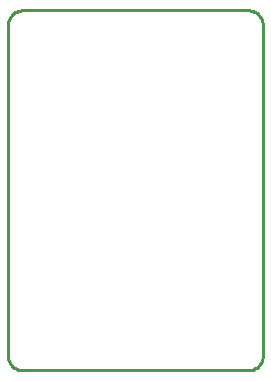
<source format=gbr>
G04 EAGLE Gerber RS-274X export*
G75*
%MOMM*%
%FSLAX34Y34*%
%LPD*%
%IN*%
%IPPOS*%
%AMOC8*
5,1,8,0,0,1.08239X$1,22.5*%
G01*
%ADD10C,0.254000*%


D10*
X0Y12700D02*
X48Y11593D01*
X193Y10495D01*
X433Y9413D01*
X766Y8356D01*
X1190Y7333D01*
X1701Y6350D01*
X2297Y5416D01*
X2971Y4537D01*
X3720Y3720D01*
X4537Y2971D01*
X5416Y2297D01*
X6350Y1701D01*
X7333Y1190D01*
X8356Y766D01*
X9413Y433D01*
X10495Y193D01*
X11593Y48D01*
X12700Y0D01*
X203200Y0D01*
X204307Y48D01*
X205405Y193D01*
X206487Y433D01*
X207544Y766D01*
X208567Y1190D01*
X209550Y1701D01*
X210484Y2297D01*
X211363Y2971D01*
X212180Y3720D01*
X212929Y4537D01*
X213603Y5416D01*
X214199Y6350D01*
X214710Y7333D01*
X215134Y8356D01*
X215467Y9413D01*
X215707Y10495D01*
X215852Y11593D01*
X215900Y12700D01*
X215900Y292100D01*
X215852Y293207D01*
X215707Y294305D01*
X215467Y295387D01*
X215134Y296444D01*
X214710Y297467D01*
X214199Y298450D01*
X213603Y299384D01*
X212929Y300263D01*
X212180Y301080D01*
X211363Y301829D01*
X210484Y302503D01*
X209550Y303099D01*
X208567Y303610D01*
X207544Y304034D01*
X206487Y304367D01*
X205405Y304607D01*
X204307Y304752D01*
X203200Y304800D01*
X12700Y304800D01*
X11593Y304752D01*
X10495Y304607D01*
X9413Y304367D01*
X8356Y304034D01*
X7333Y303610D01*
X6350Y303099D01*
X5416Y302503D01*
X4537Y301829D01*
X3720Y301080D01*
X2971Y300263D01*
X2297Y299384D01*
X1701Y298450D01*
X1190Y297467D01*
X766Y296444D01*
X433Y295387D01*
X193Y294305D01*
X48Y293207D01*
X0Y292100D01*
X0Y12700D01*
M02*

</source>
